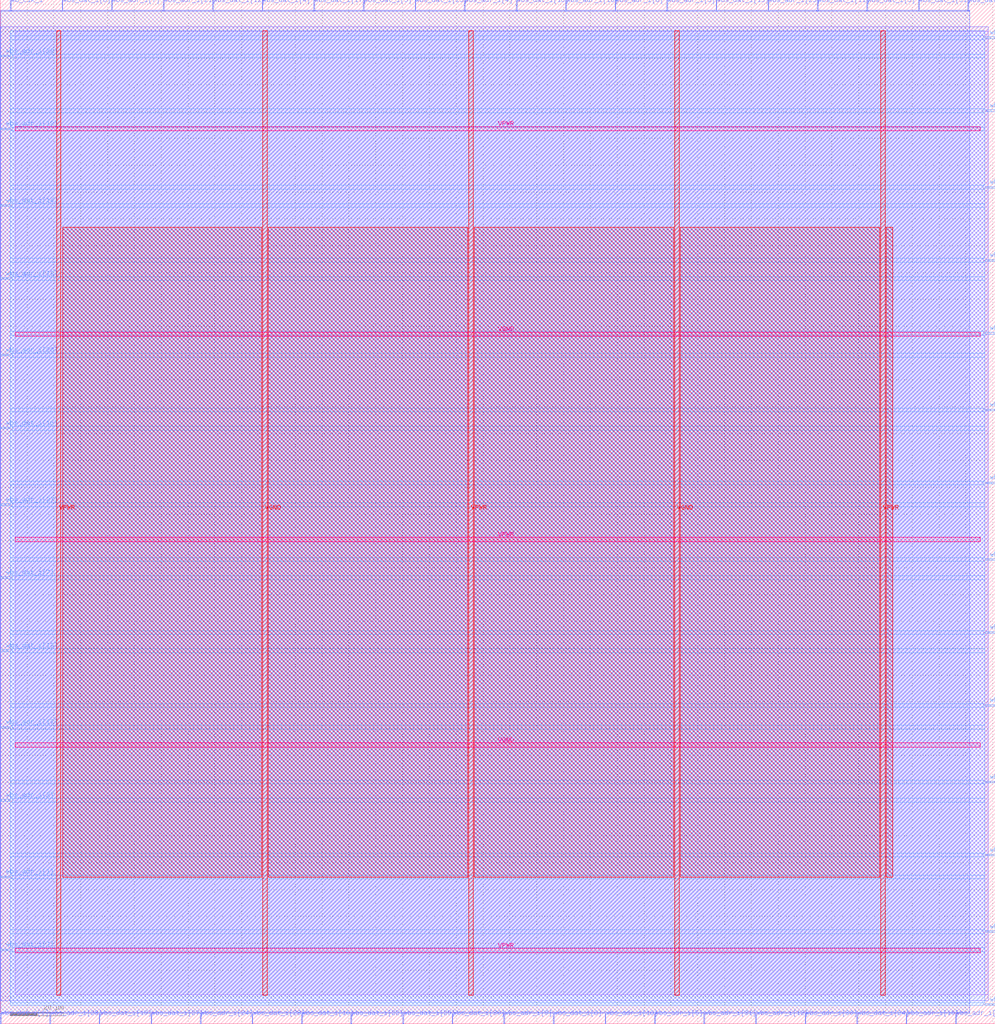
<source format=lef>
VERSION 5.7 ;
  NOWIREEXTENSIONATPIN ON ;
  DIVIDERCHAR "/" ;
  BUSBITCHARS "[]" ;
MACRO user_project_wrapper
  CLASS BLOCK ;
  FOREIGN user_project_wrapper ;
  ORIGIN 0.000 0.000 ;
  SIZE 370.910 BY 381.630 ;
  PIN VGND
    DIRECTION INPUT ;
    USE GROUND ;
    PORT
      LAYER met5 ;
        RECT 5.520 103.080 365.240 104.680 ;
    END
    PORT
      LAYER met5 ;
        RECT 5.520 256.260 365.240 257.860 ;
    END
    PORT
      LAYER met4 ;
        RECT 97.840 10.640 99.440 370.160 ;
    END
    PORT
      LAYER met4 ;
        RECT 251.440 10.640 253.040 370.160 ;
    END
  END VGND
  PIN VPWR
    DIRECTION INPUT ;
    USE POWER ;
    PORT
      LAYER met5 ;
        RECT 5.520 26.490 365.240 28.090 ;
    END
    PORT
      LAYER met5 ;
        RECT 5.520 179.670 365.240 181.270 ;
    END
    PORT
      LAYER met5 ;
        RECT 5.520 332.850 365.240 334.450 ;
    END
    PORT
      LAYER met4 ;
        RECT 21.040 10.640 22.640 370.160 ;
    END
    PORT
      LAYER met4 ;
        RECT 174.640 10.640 176.240 370.160 ;
    END
    PORT
      LAYER met4 ;
        RECT 328.240 10.640 329.840 370.160 ;
    END
  END VPWR
  PIN wb_clk_i
    DIRECTION INPUT ;
    USE SIGNAL ;
    PORT
      LAYER met2 ;
        RECT 3.770 377.630 4.050 381.630 ;
    END
  END wb_clk_i
  PIN wb_rst_i
    DIRECTION INPUT ;
    USE SIGNAL ;
    PORT
      LAYER met3 ;
        RECT 366.910 201.320 370.910 201.920 ;
    END
  END wb_rst_i
  PIN wbs_ack_o
    DIRECTION OUTPUT TRISTATE ;
    USE SIGNAL ;
    PORT
      LAYER met3 ;
        RECT 366.910 172.760 370.910 173.360 ;
    END
  END wbs_ack_o
  PIN wbs_adr_i[0]
    DIRECTION INPUT ;
    USE SIGNAL ;
    PORT
      LAYER met3 ;
        RECT 366.910 340.040 370.910 340.640 ;
    END
  END wbs_adr_i[0]
  PIN wbs_adr_i[10]
    DIRECTION INPUT ;
    USE SIGNAL ;
    PORT
      LAYER met2 ;
        RECT 337.730 0.000 338.010 4.000 ;
    END
  END wbs_adr_i[10]
  PIN wbs_adr_i[11]
    DIRECTION INPUT ;
    USE SIGNAL ;
    PORT
      LAYER met3 ;
        RECT 366.910 367.240 370.910 367.840 ;
    END
  END wbs_adr_i[11]
  PIN wbs_adr_i[12]
    DIRECTION INPUT ;
    USE SIGNAL ;
    PORT
      LAYER met2 ;
        RECT 281.610 0.000 281.890 4.000 ;
    END
  END wbs_adr_i[12]
  PIN wbs_adr_i[13]
    DIRECTION INPUT ;
    USE SIGNAL ;
    PORT
      LAYER met3 ;
        RECT 0.000 277.480 4.000 278.080 ;
    END
  END wbs_adr_i[13]
  PIN wbs_adr_i[14]
    DIRECTION INPUT ;
    USE SIGNAL ;
    PORT
      LAYER met3 ;
        RECT 366.910 257.080 370.910 257.680 ;
    END
  END wbs_adr_i[14]
  PIN wbs_adr_i[15]
    DIRECTION INPUT ;
    USE SIGNAL ;
    PORT
      LAYER met2 ;
        RECT 356.130 0.000 356.410 4.000 ;
    END
  END wbs_adr_i[15]
  PIN wbs_adr_i[16]
    DIRECTION INPUT ;
    USE SIGNAL ;
    PORT
      LAYER met2 ;
        RECT 225.490 0.000 225.770 4.000 ;
    END
  END wbs_adr_i[16]
  PIN wbs_adr_i[17]
    DIRECTION INPUT ;
    USE SIGNAL ;
    PORT
      LAYER met3 ;
        RECT 0.000 110.200 4.000 110.800 ;
    END
  END wbs_adr_i[17]
  PIN wbs_adr_i[18]
    DIRECTION INPUT ;
    USE SIGNAL ;
    PORT
      LAYER met2 ;
        RECT 210.770 377.630 211.050 381.630 ;
    END
  END wbs_adr_i[18]
  PIN wbs_adr_i[19]
    DIRECTION INPUT ;
    USE SIGNAL ;
    PORT
      LAYER met3 ;
        RECT 0.000 333.240 4.000 333.840 ;
    END
  END wbs_adr_i[19]
  PIN wbs_adr_i[1]
    DIRECTION INPUT ;
    USE SIGNAL ;
    PORT
      LAYER met3 ;
        RECT 0.000 54.440 4.000 55.040 ;
    END
  END wbs_adr_i[1]
  PIN wbs_adr_i[20]
    DIRECTION INPUT ;
    USE SIGNAL ;
    PORT
      LAYER met3 ;
        RECT 0.000 248.920 4.000 249.520 ;
    END
  END wbs_adr_i[20]
  PIN wbs_adr_i[21]
    DIRECTION INPUT ;
    USE SIGNAL ;
    PORT
      LAYER met2 ;
        RECT 60.810 377.630 61.090 381.630 ;
    END
  END wbs_adr_i[21]
  PIN wbs_adr_i[22]
    DIRECTION INPUT ;
    USE SIGNAL ;
    PORT
      LAYER met3 ;
        RECT 366.910 89.800 370.910 90.400 ;
    END
  END wbs_adr_i[22]
  PIN wbs_adr_i[23]
    DIRECTION INPUT ;
    USE SIGNAL ;
    PORT
      LAYER met3 ;
        RECT 366.910 228.520 370.910 229.120 ;
    END
  END wbs_adr_i[23]
  PIN wbs_adr_i[24]
    DIRECTION INPUT ;
    USE SIGNAL ;
    PORT
      LAYER met2 ;
        RECT 74.610 0.000 74.890 4.000 ;
    END
  END wbs_adr_i[24]
  PIN wbs_adr_i[25]
    DIRECTION INPUT ;
    USE SIGNAL ;
    PORT
      LAYER met2 ;
        RECT 286.210 377.630 286.490 381.630 ;
    END
  END wbs_adr_i[25]
  PIN wbs_adr_i[26]
    DIRECTION INPUT ;
    USE SIGNAL ;
    PORT
      LAYER met3 ;
        RECT 366.910 34.040 370.910 34.640 ;
    END
  END wbs_adr_i[26]
  PIN wbs_adr_i[27]
    DIRECTION INPUT ;
    USE SIGNAL ;
    PORT
      LAYER met3 ;
        RECT 0.000 193.160 4.000 193.760 ;
    END
  END wbs_adr_i[27]
  PIN wbs_adr_i[28]
    DIRECTION INPUT ;
    USE SIGNAL ;
    PORT
      LAYER met2 ;
        RECT 18.490 0.000 18.770 4.000 ;
    END
  END wbs_adr_i[28]
  PIN wbs_adr_i[29]
    DIRECTION INPUT ;
    USE SIGNAL ;
    PORT
      LAYER met3 ;
        RECT 0.000 360.440 4.000 361.040 ;
    END
  END wbs_adr_i[29]
  PIN wbs_adr_i[2]
    DIRECTION INPUT ;
    USE SIGNAL ;
    PORT
      LAYER met3 ;
        RECT 0.000 83.000 4.000 83.600 ;
    END
  END wbs_adr_i[2]
  PIN wbs_adr_i[30]
    DIRECTION INPUT ;
    USE SIGNAL ;
    PORT
      LAYER met2 ;
        RECT 300.010 0.000 300.290 4.000 ;
    END
  END wbs_adr_i[30]
  PIN wbs_adr_i[31]
    DIRECTION INPUT ;
    USE SIGNAL ;
    PORT
      LAYER met2 ;
        RECT 262.290 0.000 262.570 4.000 ;
    END
  END wbs_adr_i[31]
  PIN wbs_adr_i[3]
    DIRECTION INPUT ;
    USE SIGNAL ;
    PORT
      LAYER met2 ;
        RECT 248.490 377.630 248.770 381.630 ;
    END
  END wbs_adr_i[3]
  PIN wbs_adr_i[4]
    DIRECTION INPUT ;
    USE SIGNAL ;
    PORT
      LAYER met2 ;
        RECT 173.050 377.630 173.330 381.630 ;
    END
  END wbs_adr_i[4]
  PIN wbs_adr_i[5]
    DIRECTION INPUT ;
    USE SIGNAL ;
    PORT
      LAYER met2 ;
        RECT 243.890 0.000 244.170 4.000 ;
    END
  END wbs_adr_i[5]
  PIN wbs_adr_i[6]
    DIRECTION INPUT ;
    USE SIGNAL ;
    PORT
      LAYER met2 ;
        RECT 229.170 377.630 229.450 381.630 ;
    END
  END wbs_adr_i[6]
  PIN wbs_adr_i[7]
    DIRECTION INPUT ;
    USE SIGNAL ;
    PORT
      LAYER met2 ;
        RECT 41.490 377.630 41.770 381.630 ;
    END
  END wbs_adr_i[7]
  PIN wbs_adr_i[8]
    DIRECTION INPUT ;
    USE SIGNAL ;
    PORT
      LAYER met3 ;
        RECT 366.910 6.840 370.910 7.440 ;
    END
  END wbs_adr_i[8]
  PIN wbs_adr_i[9]
    DIRECTION INPUT ;
    USE SIGNAL ;
    PORT
      LAYER met2 ;
        RECT 187.770 0.000 188.050 4.000 ;
    END
  END wbs_adr_i[9]
  PIN wbs_dat_i[0]
    DIRECTION INPUT ;
    USE SIGNAL ;
    PORT
      LAYER met3 ;
        RECT 366.910 62.600 370.910 63.200 ;
    END
  END wbs_dat_i[0]
  PIN wbs_dat_i[10]
    DIRECTION INPUT ;
    USE SIGNAL ;
    PORT
      LAYER met2 ;
        RECT 112.330 0.000 112.610 4.000 ;
    END
  END wbs_dat_i[10]
  PIN wbs_dat_i[11]
    DIRECTION INPUT ;
    USE SIGNAL ;
    PORT
      LAYER met2 ;
        RECT 304.610 377.630 304.890 381.630 ;
    END
  END wbs_dat_i[11]
  PIN wbs_dat_i[12]
    DIRECTION INPUT ;
    USE SIGNAL ;
    PORT
      LAYER met2 ;
        RECT 79.210 377.630 79.490 381.630 ;
    END
  END wbs_dat_i[12]
  PIN wbs_dat_i[13]
    DIRECTION INPUT ;
    USE SIGNAL ;
    PORT
      LAYER met3 ;
        RECT 0.000 138.760 4.000 139.360 ;
    END
  END wbs_dat_i[13]
  PIN wbs_dat_i[14]
    DIRECTION INPUT ;
    USE SIGNAL ;
    PORT
      LAYER met3 ;
        RECT 0.000 304.680 4.000 305.280 ;
    END
  END wbs_dat_i[14]
  PIN wbs_dat_i[15]
    DIRECTION INPUT ;
    USE SIGNAL ;
    PORT
      LAYER met2 ;
        RECT 266.890 377.630 267.170 381.630 ;
    END
  END wbs_dat_i[15]
  PIN wbs_dat_i[16]
    DIRECTION INPUT ;
    USE SIGNAL ;
    PORT
      LAYER met3 ;
        RECT 0.000 221.720 4.000 222.320 ;
    END
  END wbs_dat_i[16]
  PIN wbs_dat_i[17]
    DIRECTION INPUT ;
    USE SIGNAL ;
    PORT
      LAYER met2 ;
        RECT 116.930 377.630 117.210 381.630 ;
    END
  END wbs_dat_i[17]
  PIN wbs_dat_i[18]
    DIRECTION INPUT ;
    USE SIGNAL ;
    PORT
      LAYER met2 ;
        RECT 192.370 377.630 192.650 381.630 ;
    END
  END wbs_dat_i[18]
  PIN wbs_dat_i[19]
    DIRECTION INPUT ;
    USE SIGNAL ;
    PORT
      LAYER met2 ;
        RECT 36.890 0.000 37.170 4.000 ;
    END
  END wbs_dat_i[19]
  PIN wbs_dat_i[1]
    DIRECTION INPUT ;
    USE SIGNAL ;
    PORT
      LAYER met2 ;
        RECT 0.090 0.000 0.370 4.000 ;
    END
  END wbs_dat_i[1]
  PIN wbs_dat_i[20]
    DIRECTION INPUT ;
    USE SIGNAL ;
    PORT
      LAYER met3 ;
        RECT 366.910 311.480 370.910 312.080 ;
    END
  END wbs_dat_i[20]
  PIN wbs_dat_i[21]
    DIRECTION INPUT ;
    USE SIGNAL ;
    PORT
      LAYER met2 ;
        RECT 360.730 377.630 361.010 381.630 ;
    END
  END wbs_dat_i[21]
  PIN wbs_dat_i[22]
    DIRECTION INPUT ;
    USE SIGNAL ;
    PORT
      LAYER met2 ;
        RECT 130.730 0.000 131.010 4.000 ;
    END
  END wbs_dat_i[22]
  PIN wbs_dat_i[23]
    DIRECTION INPUT ;
    USE SIGNAL ;
    PORT
      LAYER met3 ;
        RECT 366.910 284.280 370.910 284.880 ;
    END
  END wbs_dat_i[23]
  PIN wbs_dat_i[24]
    DIRECTION INPUT ;
    USE SIGNAL ;
    PORT
      LAYER met2 ;
        RECT 319.330 0.000 319.610 4.000 ;
    END
  END wbs_dat_i[24]
  PIN wbs_dat_i[25]
    DIRECTION INPUT ;
    USE SIGNAL ;
    PORT
      LAYER met2 ;
        RECT 154.650 377.630 154.930 381.630 ;
    END
  END wbs_dat_i[25]
  PIN wbs_dat_i[26]
    DIRECTION INPUT ;
    USE SIGNAL ;
    PORT
      LAYER met3 ;
        RECT 366.910 118.360 370.910 118.960 ;
    END
  END wbs_dat_i[26]
  PIN wbs_dat_i[27]
    DIRECTION INPUT ;
    USE SIGNAL ;
    PORT
      LAYER met2 ;
        RECT 56.210 0.000 56.490 4.000 ;
    END
  END wbs_dat_i[27]
  PIN wbs_dat_i[28]
    DIRECTION INPUT ;
    USE SIGNAL ;
    PORT
      LAYER met2 ;
        RECT 93.930 0.000 94.210 4.000 ;
    END
  END wbs_dat_i[28]
  PIN wbs_dat_i[29]
    DIRECTION INPUT ;
    USE SIGNAL ;
    PORT
      LAYER met2 ;
        RECT 150.050 0.000 150.330 4.000 ;
    END
  END wbs_dat_i[29]
  PIN wbs_dat_i[2]
    DIRECTION INPUT ;
    USE SIGNAL ;
    PORT
      LAYER met3 ;
        RECT 0.000 27.240 4.000 27.840 ;
    END
  END wbs_dat_i[2]
  PIN wbs_dat_i[30]
    DIRECTION INPUT ;
    USE SIGNAL ;
    PORT
      LAYER met2 ;
        RECT 168.450 0.000 168.730 4.000 ;
    END
  END wbs_dat_i[30]
  PIN wbs_dat_i[31]
    DIRECTION INPUT ;
    USE SIGNAL ;
    PORT
      LAYER met2 ;
        RECT 342.330 377.630 342.610 381.630 ;
    END
  END wbs_dat_i[31]
  PIN wbs_dat_i[3]
    DIRECTION INPUT ;
    USE SIGNAL ;
    PORT
      LAYER met2 ;
        RECT 323.010 377.630 323.290 381.630 ;
    END
  END wbs_dat_i[3]
  PIN wbs_dat_i[4]
    DIRECTION INPUT ;
    USE SIGNAL ;
    PORT
      LAYER met2 ;
        RECT 97.610 377.630 97.890 381.630 ;
    END
  END wbs_dat_i[4]
  PIN wbs_dat_i[5]
    DIRECTION INPUT ;
    USE SIGNAL ;
    PORT
      LAYER met2 ;
        RECT 135.330 377.630 135.610 381.630 ;
    END
  END wbs_dat_i[5]
  PIN wbs_dat_i[6]
    DIRECTION INPUT ;
    USE SIGNAL ;
    PORT
      LAYER met2 ;
        RECT 206.170 0.000 206.450 4.000 ;
    END
  END wbs_dat_i[6]
  PIN wbs_dat_i[7]
    DIRECTION INPUT ;
    USE SIGNAL ;
    PORT
      LAYER met3 ;
        RECT 0.000 165.960 4.000 166.560 ;
    END
  END wbs_dat_i[7]
  PIN wbs_dat_i[8]
    DIRECTION INPUT ;
    USE SIGNAL ;
    PORT
      LAYER met2 ;
        RECT 23.090 377.630 23.370 381.630 ;
    END
  END wbs_dat_i[8]
  PIN wbs_dat_i[9]
    DIRECTION INPUT ;
    USE SIGNAL ;
    PORT
      LAYER met3 ;
        RECT 366.910 145.560 370.910 146.160 ;
    END
  END wbs_dat_i[9]
  OBS
      LAYER li1 ;
        RECT 5.520 10.795 368.315 370.005 ;
      LAYER met1 ;
        RECT 0.070 8.540 368.375 371.580 ;
      LAYER met2 ;
        RECT 0.100 377.350 3.490 377.810 ;
        RECT 4.330 377.350 22.810 377.810 ;
        RECT 23.650 377.350 41.210 377.810 ;
        RECT 42.050 377.350 60.530 377.810 ;
        RECT 61.370 377.350 78.930 377.810 ;
        RECT 79.770 377.350 97.330 377.810 ;
        RECT 98.170 377.350 116.650 377.810 ;
        RECT 117.490 377.350 135.050 377.810 ;
        RECT 135.890 377.350 154.370 377.810 ;
        RECT 155.210 377.350 172.770 377.810 ;
        RECT 173.610 377.350 192.090 377.810 ;
        RECT 192.930 377.350 210.490 377.810 ;
        RECT 211.330 377.350 228.890 377.810 ;
        RECT 229.730 377.350 248.210 377.810 ;
        RECT 249.050 377.350 266.610 377.810 ;
        RECT 267.450 377.350 285.930 377.810 ;
        RECT 286.770 377.350 304.330 377.810 ;
        RECT 305.170 377.350 322.730 377.810 ;
        RECT 323.570 377.350 342.050 377.810 ;
        RECT 342.890 377.350 360.450 377.810 ;
        RECT 361.290 377.350 361.470 377.810 ;
        RECT 0.100 4.280 361.470 377.350 ;
        RECT 0.650 4.000 18.210 4.280 ;
        RECT 19.050 4.000 36.610 4.280 ;
        RECT 37.450 4.000 55.930 4.280 ;
        RECT 56.770 4.000 74.330 4.280 ;
        RECT 75.170 4.000 93.650 4.280 ;
        RECT 94.490 4.000 112.050 4.280 ;
        RECT 112.890 4.000 130.450 4.280 ;
        RECT 131.290 4.000 149.770 4.280 ;
        RECT 150.610 4.000 168.170 4.280 ;
        RECT 169.010 4.000 187.490 4.280 ;
        RECT 188.330 4.000 205.890 4.280 ;
        RECT 206.730 4.000 225.210 4.280 ;
        RECT 226.050 4.000 243.610 4.280 ;
        RECT 244.450 4.000 262.010 4.280 ;
        RECT 262.850 4.000 281.330 4.280 ;
        RECT 282.170 4.000 299.730 4.280 ;
        RECT 300.570 4.000 319.050 4.280 ;
        RECT 319.890 4.000 337.450 4.280 ;
        RECT 338.290 4.000 355.850 4.280 ;
        RECT 356.690 4.000 361.470 4.280 ;
      LAYER met3 ;
        RECT 3.745 368.240 366.910 370.085 ;
        RECT 3.745 366.840 366.510 368.240 ;
        RECT 3.745 361.440 366.910 366.840 ;
        RECT 4.400 360.040 366.910 361.440 ;
        RECT 3.745 341.040 366.910 360.040 ;
        RECT 3.745 339.640 366.510 341.040 ;
        RECT 3.745 334.240 366.910 339.640 ;
        RECT 4.400 332.840 366.910 334.240 ;
        RECT 3.745 312.480 366.910 332.840 ;
        RECT 3.745 311.080 366.510 312.480 ;
        RECT 3.745 305.680 366.910 311.080 ;
        RECT 4.400 304.280 366.910 305.680 ;
        RECT 3.745 285.280 366.910 304.280 ;
        RECT 3.745 283.880 366.510 285.280 ;
        RECT 3.745 278.480 366.910 283.880 ;
        RECT 4.400 277.080 366.910 278.480 ;
        RECT 3.745 258.080 366.910 277.080 ;
        RECT 3.745 256.680 366.510 258.080 ;
        RECT 3.745 249.920 366.910 256.680 ;
        RECT 4.400 248.520 366.910 249.920 ;
        RECT 3.745 229.520 366.910 248.520 ;
        RECT 3.745 228.120 366.510 229.520 ;
        RECT 3.745 222.720 366.910 228.120 ;
        RECT 4.400 221.320 366.910 222.720 ;
        RECT 3.745 202.320 366.910 221.320 ;
        RECT 3.745 200.920 366.510 202.320 ;
        RECT 3.745 194.160 366.910 200.920 ;
        RECT 4.400 192.760 366.910 194.160 ;
        RECT 3.745 173.760 366.910 192.760 ;
        RECT 3.745 172.360 366.510 173.760 ;
        RECT 3.745 166.960 366.910 172.360 ;
        RECT 4.400 165.560 366.910 166.960 ;
        RECT 3.745 146.560 366.910 165.560 ;
        RECT 3.745 145.160 366.510 146.560 ;
        RECT 3.745 139.760 366.910 145.160 ;
        RECT 4.400 138.360 366.910 139.760 ;
        RECT 3.745 119.360 366.910 138.360 ;
        RECT 3.745 117.960 366.510 119.360 ;
        RECT 3.745 111.200 366.910 117.960 ;
        RECT 4.400 109.800 366.910 111.200 ;
        RECT 3.745 90.800 366.910 109.800 ;
        RECT 3.745 89.400 366.510 90.800 ;
        RECT 3.745 84.000 366.910 89.400 ;
        RECT 4.400 82.600 366.910 84.000 ;
        RECT 3.745 63.600 366.910 82.600 ;
        RECT 3.745 62.200 366.510 63.600 ;
        RECT 3.745 55.440 366.910 62.200 ;
        RECT 4.400 54.040 366.910 55.440 ;
        RECT 3.745 35.040 366.910 54.040 ;
        RECT 3.745 33.640 366.510 35.040 ;
        RECT 3.745 28.240 366.910 33.640 ;
        RECT 4.400 26.840 366.910 28.240 ;
        RECT 3.745 7.840 366.910 26.840 ;
        RECT 3.745 6.975 366.510 7.840 ;
      LAYER met4 ;
        RECT 23.295 54.575 97.440 296.985 ;
        RECT 99.840 54.575 174.240 296.985 ;
        RECT 176.640 54.575 251.040 296.985 ;
        RECT 253.440 54.575 327.840 296.985 ;
        RECT 330.240 54.575 332.745 296.985 ;
  END
END user_project_wrapper
END LIBRARY


</source>
